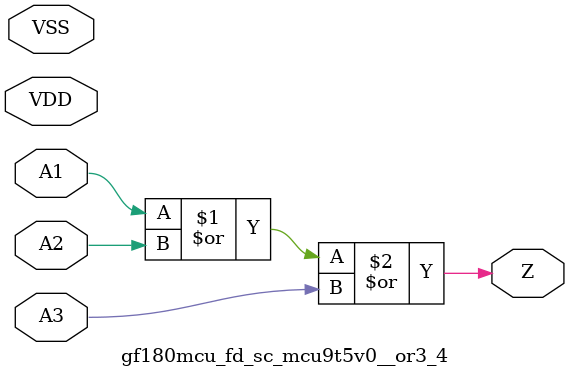
<source format=v>

module gf180mcu_fd_sc_mcu9t5v0__or3_4( A3, A2, A1, Z, VDD, VSS );
input A1, A2, A3;
inout VDD, VSS;
output Z;

	or MGM_BG_0( Z, A1, A2, A3 );

endmodule

</source>
